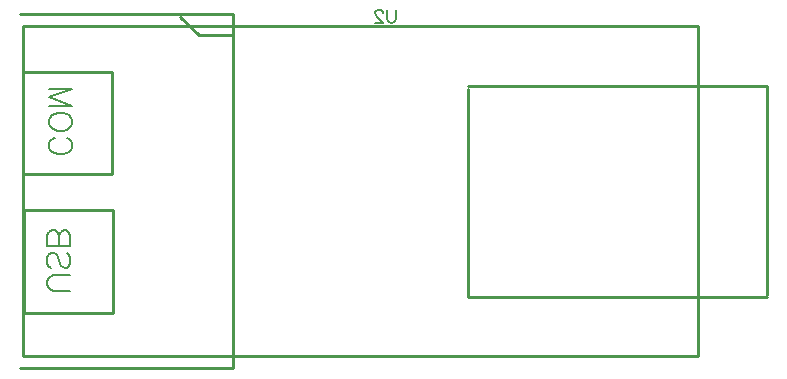
<source format=gbo>
G04 Layer: BottomSilkscreenLayer*
G04 EasyEDA v6.5.44, 2024-08-14 14:30:52*
G04 080bb0d1436b4706b040d70de8f1a738,10*
G04 Gerber Generator version 0.2*
G04 Scale: 100 percent, Rotated: No, Reflected: No *
G04 Dimensions in millimeters *
G04 leading zeros omitted , absolute positions ,4 integer and 5 decimal *
%FSLAX45Y45*%
%MOMM*%

%ADD10C,0.1524*%
%ADD11C,0.2032*%
%ADD12C,0.2540*%

%LPD*%
D10*
X4203694Y11824718D02*
G01*
X4203694Y11746740D01*
X4198614Y11731246D01*
X4188200Y11720832D01*
X4172452Y11715752D01*
X4162038Y11715752D01*
X4146544Y11720832D01*
X4136130Y11731246D01*
X4131050Y11746740D01*
X4131050Y11824718D01*
X4091426Y11798810D02*
G01*
X4091426Y11803890D01*
X4086346Y11814304D01*
X4081012Y11819638D01*
X4070598Y11824718D01*
X4050024Y11824718D01*
X4039610Y11819638D01*
X4034276Y11814304D01*
X4029196Y11803890D01*
X4029196Y11793476D01*
X4034276Y11783062D01*
X4044690Y11767568D01*
X4096760Y11715752D01*
X4023862Y11715752D01*
D11*
X1413433Y10740214D02*
G01*
X1431975Y10731070D01*
X1450263Y10712528D01*
X1459661Y10694240D01*
X1459661Y10657156D01*
X1450263Y10638614D01*
X1431975Y10620326D01*
X1413433Y10610928D01*
X1385747Y10601784D01*
X1339519Y10601784D01*
X1311833Y10610928D01*
X1293291Y10620326D01*
X1275003Y10638614D01*
X1265605Y10657156D01*
X1265605Y10694240D01*
X1275003Y10712528D01*
X1293291Y10731070D01*
X1311833Y10740214D01*
X1459661Y10856800D02*
G01*
X1450263Y10838258D01*
X1431975Y10819716D01*
X1413433Y10810572D01*
X1385747Y10801174D01*
X1339519Y10801174D01*
X1311833Y10810572D01*
X1293291Y10819716D01*
X1275003Y10838258D01*
X1265605Y10856800D01*
X1265605Y10893630D01*
X1275003Y10912172D01*
X1293291Y10930460D01*
X1311833Y10939858D01*
X1339519Y10949002D01*
X1385747Y10949002D01*
X1413433Y10939858D01*
X1431975Y10930460D01*
X1450263Y10912172D01*
X1459661Y10893630D01*
X1459661Y10856800D01*
X1459661Y11009962D02*
G01*
X1265605Y11009962D01*
X1459661Y11009962D02*
G01*
X1265605Y11083876D01*
X1459661Y11157790D02*
G01*
X1265605Y11083876D01*
X1459661Y11157790D02*
G01*
X1265605Y11157790D01*
X1444635Y9446414D02*
G01*
X1305951Y9446414D01*
X1278265Y9455812D01*
X1259977Y9474100D01*
X1250579Y9501786D01*
X1250579Y9520328D01*
X1259977Y9548014D01*
X1278265Y9566556D01*
X1305951Y9575700D01*
X1444635Y9575700D01*
X1416949Y9765946D02*
G01*
X1435491Y9747658D01*
X1444635Y9719972D01*
X1444635Y9682888D01*
X1435491Y9655202D01*
X1416949Y9636660D01*
X1398407Y9636660D01*
X1379865Y9646058D01*
X1370721Y9655202D01*
X1361577Y9673744D01*
X1343035Y9729116D01*
X1333891Y9747658D01*
X1324493Y9756802D01*
X1305951Y9765946D01*
X1278265Y9765946D01*
X1259977Y9747658D01*
X1250579Y9719972D01*
X1250579Y9682888D01*
X1259977Y9655202D01*
X1278265Y9636660D01*
X1444635Y9826906D02*
G01*
X1250579Y9826906D01*
X1444635Y9826906D02*
G01*
X1444635Y9910218D01*
X1435491Y9937904D01*
X1426093Y9947048D01*
X1407551Y9956192D01*
X1389263Y9956192D01*
X1370721Y9947048D01*
X1361577Y9937904D01*
X1352179Y9910218D01*
X1352179Y9826906D02*
G01*
X1352179Y9910218D01*
X1343035Y9937904D01*
X1333891Y9947048D01*
X1315349Y9956192D01*
X1287663Y9956192D01*
X1269121Y9947048D01*
X1259977Y9937904D01*
X1250579Y9910218D01*
X1250579Y9826906D01*
D12*
X1021699Y8787800D02*
G01*
X2821701Y8787800D01*
X2821701Y11787799D01*
X1021699Y11787799D01*
X2804779Y11607200D02*
G01*
X2532999Y11607200D01*
X2372979Y11767220D01*
X6720939Y11176904D02*
G01*
X7340937Y11176904D01*
X7341092Y11176187D02*
G01*
X7341092Y9407179D01*
X6720939Y9396453D02*
G01*
X7340932Y9396453D01*
X4810457Y9396455D02*
G01*
X4810457Y11151806D01*
X6725940Y9396455D02*
G01*
X4810729Y9396105D01*
X6720939Y11176901D02*
G01*
X4810729Y11176642D01*
X1041410Y8890005D02*
G01*
X6756394Y8890005D01*
X6756400Y8890005D02*
G01*
X6756400Y11684000D01*
X1041410Y11684000D02*
G01*
X1041410Y8890005D01*
X1041410Y11684002D02*
G01*
X6756400Y11684000D01*
X1799686Y11296931D02*
G01*
X1044493Y11296931D01*
X1044493Y10431706D01*
X1799686Y10431706D01*
X1799686Y11296931D01*
X1809694Y10126626D02*
G01*
X1054501Y10126626D01*
X1054501Y9261401D01*
X1809694Y9261401D01*
X1809694Y10126626D01*
M02*

</source>
